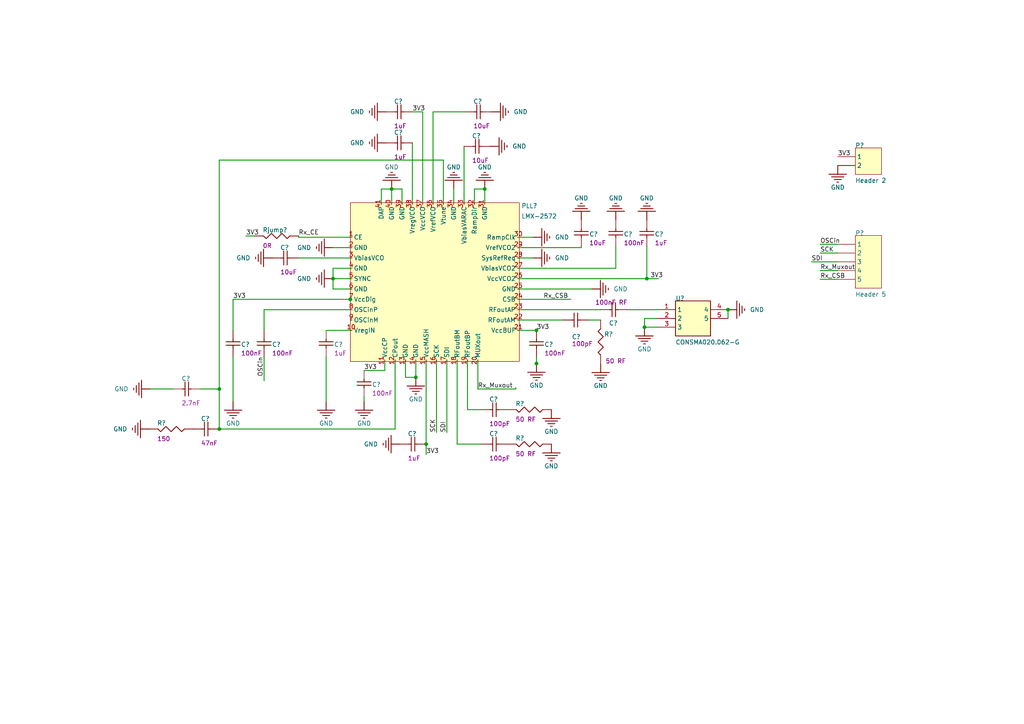
<source format=kicad_sch>
(kicad_sch (version 20211123) (generator eeschema)
  (paper "A4")
  (lib_symbols
    (symbol "LMX2572_Eval-altium-import:0_CONMMCX002-SMD-T"
      (property "Value" "0_CONMMCX002-SMD-T" (at 0 0 0))
      (symbol "0_CONMMCX002-SMD-T_1_0"
        (rectangle (start 15.24 2.54) (end 5.08 -7.62) (stroke (width 0.254)) (fill (type background)))
        (pin passive line (at 0 0 0) (length 5.08) (name "1") (number "1"))
        (pin passive line (at 0 -2.54 0) (length 5.08) (name "2") (number "2"))
        (pin passive line (at 0 -5.08 0) (length 5.08) (name "3") (number "3"))
        (pin passive line (at 20.32 0 180) (length 5.08) (name "4") (number "4"))
        (pin passive line (at 20.32 -2.54 180) (length 5.08) (name "5") (number "5"))
      )
    )
    (symbol "LMX2572_Eval-altium-import:0_Cap Semi"
      (property "Value" "0_Cap Semi" (at 0 0 0))
      (symbol "0_Cap Semi_1_0"
        (polyline (pts (xy 0 -2.54) (xy 0.762 -2.54)) (stroke (width 0.254)))
        (polyline (pts (xy 0.762 -4.572) (xy 0.762 -0.508)) (stroke (width 0.254)))
        (polyline (pts (xy 1.778 -0.508) (xy 1.778 -4.572)) (stroke (width 0.254)))
        (polyline (pts (xy 2.54 -2.54) (xy 1.778 -2.54)) (stroke (width 0.254)))
        (pin passive line (at -2.54 -2.54 0) (length 2.54) (name "1") (number "1"))
        (pin passive line (at 5.08 -2.54 180) (length 2.54) (name "2") (number "2"))
      )
    )
    (symbol "LMX2572_Eval-altium-import:0_Component_1"
      (property "Value" "0_Component_1" (at 0 0 0))
      (symbol "0_Component_1_1_0"
        (rectangle (start 49 47) (end 0 1) (fill (type background)))
        (pin input line (at 0.0001 37 0) (length 0.4999) (name "CE") (number "1"))
        (pin input line (at 0.0001 10 0) (length 0.4999) (name "VregIN") (number "10"))
        (pin input line (at 10 1.0001 90) (length 0.4999) (name "VccCP") (number "11"))
        (pin input line (at 13 1.0001 90) (length 0.4999) (name "CPout") (number "12"))
        (pin input line (at 16 1.0001 90) (length 0.4999) (name "GND") (number "13"))
        (pin input line (at 19 1.0001 90) (length 0.4999) (name "GND") (number "14"))
        (pin input line (at 22 1.0001 90) (length 0.4999) (name "VccMASH") (number "15"))
        (pin input line (at 25 1.0001 90) (length 0.4999) (name "SCK") (number "16"))
        (pin input line (at 28 1.0001 90) (length 0.4999) (name "SDI") (number "17"))
        (pin input line (at 31 1.0001 90) (length 0.4999) (name "RFoutBM") (number "18"))
        (pin input line (at 34 1.0001 90) (length 0.4999) (name "RFoutBP") (number "19"))
        (pin input line (at 0.0001 34 0) (length 0.4999) (name "GND") (number "2"))
        (pin input line (at 37 1.0001 90) (length 0.4999) (name "MUXout") (number "20"))
        (pin input line (at 48.9999 10 180) (length 0.4999) (name "VccBUF") (number "21"))
        (pin input line (at 48.9999 13 180) (length 0.4999) (name "RFoutAM") (number "22"))
        (pin input line (at 48.9999 16 180) (length 0.4999) (name "RFoutAP") (number "23"))
        (pin input line (at 48.9999 19 180) (length 0.4999) (name "CSB") (number "24"))
        (pin input line (at 48.9999 22 180) (length 0.4999) (name "GND") (number "25"))
        (pin input line (at 48.9999 25 180) (length 0.4999) (name "VccVCO2") (number "26"))
        (pin input line (at 48.9999 28 180) (length 0.4999) (name "VbiasVCO2") (number "27"))
        (pin input line (at 48.9999 31 180) (length 0.4999) (name "SysRefReq") (number "28"))
        (pin input line (at 48.9999 34 180) (length 0.4999) (name "VrefVCO2") (number "29"))
        (pin input line (at 0.0001 31 0) (length 0.4999) (name "VbiasVCO") (number "3"))
        (pin input line (at 48.9999 37 180) (length 0.4999) (name "RampClk") (number "30"))
        (pin input line (at 39 46.9999 270) (length 0.4999) (name "GND") (number "31"))
        (pin input line (at 36 46.9999 270) (length 0.4999) (name "RampDir") (number "32"))
        (pin input line (at 33 46.9999 270) (length 0.4999) (name "VbiasVARAC") (number "33"))
        (pin input line (at 30 46.9999 270) (length 0.4999) (name "GND") (number "34"))
        (pin input line (at 27 46.9999 270) (length 0.4999) (name "Vtune") (number "35"))
        (pin input line (at 24 46.9999 270) (length 0.4999) (name "VrefVCO") (number "36"))
        (pin input line (at 21 46.9999 270) (length 0.4999) (name "VccVCO") (number "37"))
        (pin input line (at 18 46.9999 270) (length 0.4999) (name "VregVCO") (number "38"))
        (pin input line (at 15 46.9999 270) (length 0.4999) (name "GND") (number "39"))
        (pin input line (at 0.0001 28 0) (length 0.4999) (name "GND") (number "4"))
        (pin input line (at 12 46.9999 270) (length 0.4999) (name "GND") (number "40"))
        (pin input line (at 9 46.9999 270) (length 0.4999) (name "DAP") (number "41"))
        (pin input line (at 0.0001 25 0) (length 0.4999) (name "SYNC") (number "5"))
        (pin input line (at 0.0001 22 0) (length 0.4999) (name "GND") (number "6"))
        (pin input line (at 0.0001 19 0) (length 0.4999) (name "VccDig") (number "7"))
        (pin input line (at 0.0001 16 0) (length 0.4999) (name "OSCinP") (number "8"))
        (pin input line (at 0.0001 13 0) (length 0.4999) (name "OSCinM") (number "9"))
      )
    )
    (symbol "LMX2572_Eval-altium-import:0_Header 2"
      (property "Value" "0_Header 2" (at 0 0 0))
      (symbol "0_Header 2_1_0"
        (rectangle (start 7.62 0) (end 0 -7.62) (fill (type background)))
        (pin passive line (at -5.08 -2.54 0) (length 5.08) (name "1") (number "1"))
        (pin passive line (at -5.08 -5.08 0) (length 5.08) (name "2") (number "2"))
      )
    )
    (symbol "LMX2572_Eval-altium-import:0_Header 5"
      (property "Value" "0_Header 5" (at 0 0 0))
      (symbol "0_Header 5_1_0"
        (rectangle (start 7.62 0) (end 0 -15.24) (fill (type background)))
        (pin passive line (at -5.08 -2.54 0) (length 5.08) (name "1") (number "1"))
        (pin passive line (at -5.08 -5.08 0) (length 5.08) (name "2") (number "2"))
        (pin passive line (at -5.08 -7.62 0) (length 5.08) (name "3") (number "3"))
        (pin passive line (at -5.08 -10.16 0) (length 5.08) (name "4") (number "4"))
        (pin passive line (at -5.08 -12.7 0) (length 5.08) (name "5") (number "5"))
      )
    )
    (symbol "LMX2572_Eval-altium-import:1_Cap Semi"
      (property "Value" "1_Cap Semi" (at 0 0 0))
      (symbol "1_Cap Semi_1_0"
        (polyline (pts (xy 0.508 1.778) (xy 4.572 1.778)) (stroke (width 0.254)))
        (polyline (pts (xy 2.54 0) (xy 2.54 0.762)) (stroke (width 0.254)))
        (polyline (pts (xy 2.54 2.54) (xy 2.54 1.778)) (stroke (width 0.254)))
        (polyline (pts (xy 4.572 0.762) (xy 0.508 0.762)) (stroke (width 0.254)))
        (pin passive line (at 2.54 -2.54 90) (length 2.54) (name "1") (number "1"))
        (pin passive line (at 2.54 5.08 270) (length 2.54) (name "2") (number "2"))
      )
    )
    (symbol "LMX2572_Eval-altium-import:1_Res3"
      (property "Value" "1_Res3" (at 0 0 0))
      (symbol "1_Res3_1_0"
        (polyline (pts (xy 2.54 7.62) (xy 1.778 6.858) (xy 3.302 5.334) (xy 1.778 3.81) (xy 3.302 2.286) (xy 1.778 0.762) (xy 2.54 0)) (stroke (width 0.254)))
        (pin passive line (at 2.54 -2.54 90) (length 2.54) (name "1") (number "1"))
        (pin passive line (at 2.54 10.16 270) (length 2.54) (name "2") (number "2"))
      )
    )
    (symbol "LMX2572_Eval-altium-import:2_Cap Semi"
      (property "Value" "2_Cap Semi" (at 0 0 0))
      (symbol "2_Cap Semi_1_0"
        (polyline (pts (xy -2.54 2.54) (xy -1.778 2.54)) (stroke (width 0.254)))
        (polyline (pts (xy -1.778 0.508) (xy -1.778 4.572)) (stroke (width 0.254)))
        (polyline (pts (xy -0.762 4.572) (xy -0.762 0.508)) (stroke (width 0.254)))
        (polyline (pts (xy 0 2.54) (xy -0.762 2.54)) (stroke (width 0.254)))
        (pin passive line (at 2.54 2.54 180) (length 2.54) (name "1") (number "1"))
        (pin passive line (at -5.08 2.54 0) (length 2.54) (name "2") (number "2"))
      )
    )
    (symbol "LMX2572_Eval-altium-import:2_Res3"
      (property "Value" "2_Res3" (at 0 0 0))
      (symbol "2_Res3_1_0"
        (polyline (pts (xy -7.62 2.54) (xy -6.858 1.778) (xy -5.334 3.302) (xy -3.81 1.778) (xy -2.286 3.302) (xy -0.762 1.778) (xy 0 2.54)) (stroke (width 0.254)))
        (pin passive line (at 2.54 2.54 180) (length 2.54) (name "1") (number "1"))
        (pin passive line (at -10.16 2.54 0) (length 2.54) (name "2") (number "2"))
      )
    )
    (symbol "LMX2572_Eval-altium-import:3_Cap Semi"
      (property "Value" "3_Cap Semi" (at 0 0 0))
      (symbol "3_Cap Semi_1_0"
        (polyline (pts (xy -4.572 -0.762) (xy -0.508 -0.762)) (stroke (width 0.254)))
        (polyline (pts (xy -2.54 -2.54) (xy -2.54 -1.778)) (stroke (width 0.254)))
        (polyline (pts (xy -2.54 0) (xy -2.54 -0.762)) (stroke (width 0.254)))
        (polyline (pts (xy -0.508 -1.778) (xy -4.572 -1.778)) (stroke (width 0.254)))
        (pin passive line (at -2.54 2.54 270) (length 2.54) (name "1") (number "1"))
        (pin passive line (at -2.54 -5.08 90) (length 2.54) (name "2") (number "2"))
      )
    )
    (symbol "LMX2572_Eval-altium-import:GND" (power)
      (property "Reference" "#PWR" (at 0 0 0))
      (property "Value" "GND" (at 0 6.35 0))
      (symbol "GND_0_0"
        (polyline (pts (xy -2.54 -2.54) (xy 2.54 -2.54)) (stroke (width 0.254)))
        (polyline (pts (xy -1.778 -3.302) (xy 1.778 -3.302)) (stroke (width 0.254)))
        (polyline (pts (xy -1.016 -4.064) (xy 1.016 -4.064)) (stroke (width 0.254)))
        (polyline (pts (xy -0.254 -4.826) (xy 0.254 -4.826)) (stroke (width 0.254)))
        (polyline (pts (xy 0 0) (xy 0 -2.54)) (stroke (width 0.254)))
        (pin power_in line (at 0 0 0) (length 0) hide (name "GND") (number ""))
      )
    )
  )
  (junction (at 101.6 86.82))
  (junction (at 63.5999 112.8199))
  (junction (at 155.5999 105.44))
  (junction (at 120.5999 109.44))
  (junction (at 123.5999 128.8199))
  (junction (at 155.6 95.8199))
  (junction (at 140.5999 54.82))
  (junction (at 63.5999 124.44))
  (junction (at 113.5999 54.82))
  (junction (at 211.1599 89.82))
  (junction (at 187.5999 80.82))
  (junction (at 96.5999 80.82))
  (junction (at 186.9199 94.9))
  (wire (pts (xy 134.9799 32.44) (xy 125.5999 32.44)) (stroke (width 0.254)))
  (wire (pts (xy 150.5999 71.82) (xy 168.5999 71.82)) (stroke (width 0.254)))
  (wire (pts (xy 135.5999 118.8199) (xy 139.6 118.8199)) (stroke (width 0.254)))
  (wire (pts (xy 168.5999 71.82) (xy 168.5999 71.44)) (stroke (width 0.254)))
  (wire (pts (xy 67.5999 95.82) (xy 67.5999 86.82)) (stroke (width 0.254)))
  (wire (pts (xy 150.5999 86.82) (xy 165.5999 86.82)) (stroke (width 0.254)))
  (wire (pts (xy 96.5999 80.82) (xy 96.5999 77.82)) (stroke (width 0.254)))
  (wire (pts (xy 155.6 103.4399) (xy 155.6 105.44)) (stroke (width 0.254)))
  (wire (pts (xy 86.5999 68.82) (xy 86.5999 68.44)) (stroke (width 0.254)))
  (wire (pts (xy 101.5999 83.82) (xy 96.5999 83.82)) (stroke (width 0.254)))
  (wire (pts (xy 190.8399 94.9) (xy 186.9199 94.9)) (stroke (width 0.254)))
  (wire (pts (xy 135.5999 104.82) (xy 135.5999 118.8199)) (stroke (width 0.254)))
  (wire (pts (xy 110.5999 58.82) (xy 110.5999 54.82)) (stroke (width 0.254)))
  (wire (pts (xy 76.5999 103.44) (xy 76.5999 110.44)) (stroke (width 0.254)))
  (wire (pts (xy 76.5999 89.82) (xy 76.5999 95.82)) (stroke (width 0.254)))
  (wire (pts (xy 117.5999 104.82) (xy 117.5999 109.44)) (stroke (width 0.254)))
  (wire (pts (xy 101.5999 95.82) (xy 94.5999 95.82)) (stroke (width 0.254)))
  (wire (pts (xy 63.5999 112.8199) (xy 63.5999 46.44)) (stroke (width 0.254)))
  (wire (pts (xy 101.5999 89.82) (xy 76.5999 89.82)) (stroke (width 0.254)))
  (wire (pts (xy 50.3599 112.8199) (xy 43.5999 112.8199)) (stroke (width 0.254)))
  (wire (pts (xy 67.5999 86.82) (xy 101.5999 86.8199)) (stroke (width 0.254)))
  (wire (pts (xy 150.5999 74.82) (xy 154.5999 74.82)) (stroke (width 0.254)))
  (wire (pts (xy 57.9799 112.8199) (xy 63.5999 112.8199)) (stroke (width 0.254)))
  (wire (pts (xy 71.3599 68.44) (xy 73.8999 68.44)) (stroke (width 0.254)))
  (wire (pts (xy 237.9 78.4799) (xy 242.98 78.4799)) (stroke (width 0.254)))
  (wire (pts (xy 137.5999 58.82) (xy 137.5999 54.82)) (stroke (width 0.254)))
  (wire (pts (xy 123.5999 104.82) (xy 123.5999 128.8199)) (stroke (width 0.254)))
  (wire (pts (xy 131.5999 58.82) (xy 131.5999 54.82)) (stroke (width 0.254)))
  (wire (pts (xy 128.5999 46.44) (xy 128.5999 58.82)) (stroke (width 0.254)))
  (wire (pts (xy 150.5999 77.82) (xy 178.5999 77.82)) (stroke (width 0.254)))
  (wire (pts (xy 178.5999 77.82) (xy 178.5999 71.44)) (stroke (width 0.254)))
  (wire (pts (xy 155.6 95.82) (xy 155.6 95.8199)) (stroke (width 0.254)))
  (wire (pts (xy 94.5999 103.44) (xy 94.5999 116.44)) (stroke (width 0.254)))
  (wire (pts (xy 116.5999 54.82) (xy 116.5999 58.82)) (stroke (width 0.254)))
  (wire (pts (xy 235.36 75.9399) (xy 242.98 75.9399)) (stroke (width 0.254)))
  (wire (pts (xy 134.5999 58.82) (xy 134.5999 42.44)) (stroke (width 0.254)))
  (wire (pts (xy 186.9199 92.36) (xy 190.8399 92.36)) (stroke (width 0.254)))
  (wire (pts (xy 150.5999 95.82) (xy 155.6 95.82)) (stroke (width 0.254)))
  (wire (pts (xy 138.5999 104.82) (xy 138.5999 112.8199)) (stroke (width 0.254)))
  (wire (pts (xy 101.5999 68.82) (xy 86.5999 68.82)) (stroke (width 0.254)))
  (wire (pts (xy 96.5999 83.82) (xy 96.5999 80.82)) (stroke (width 0.254)))
  (wire (pts (xy 113.5999 54.82) (xy 116.5999 54.82)) (stroke (width 0.254)))
  (wire (pts (xy 86.5999 74.82) (xy 101.5999 74.82)) (stroke (width 0.254)))
  (wire (pts (xy 154.5999 68.82) (xy 150.5999 68.82)) (stroke (width 0.254)))
  (wire (pts (xy 101.5999 80.82) (xy 96.5999 80.82)) (stroke (width 0.254)))
  (wire (pts (xy 101.5999 86.8199) (xy 101.5999 86.82)) (stroke (width 0.254)))
  (wire (pts (xy 187.5999 80.82) (xy 190.9799 80.82)) (stroke (width 0.254)))
  (wire (pts (xy 96.5999 77.82) (xy 101.5999 77.82)) (stroke (width 0.254)))
  (wire (pts (xy 181.8399 89.82) (xy 190.8399 89.82)) (stroke (width 0.254)))
  (wire (pts (xy 96.5999 71.82) (xy 101.5999 71.82)) (stroke (width 0.254)))
  (wire (pts (xy 119.5999 32.44) (xy 122.5999 32.44)) (stroke (width 0.254)))
  (wire (pts (xy 186.9199 94.9) (xy 186.9199 92.36)) (stroke (width 0.254)))
  (wire (pts (xy 140.5999 54.82) (xy 140.5999 58.82)) (stroke (width 0.254)))
  (wire (pts (xy 63.5999 46.44) (xy 128.5999 46.44)) (stroke (width 0.254)))
  (wire (pts (xy 117.5999 109.44) (xy 120.5999 109.44)) (stroke (width 0.254)))
  (wire (pts (xy 67.5999 103.44) (xy 67.5999 116.44)) (stroke (width 0.254)))
  (wire (pts (xy 105.5999 107.44) (xy 111.5999 107.44)) (stroke (width 0.254)))
  (wire (pts (xy 155.6 105.44) (xy 155.5999 105.44)) (stroke (width 0.254)))
  (wire (pts (xy 123.5999 131.8199) (xy 123.6 131.8199)) (stroke (width 0.254)))
  (wire (pts (xy 113.5999 58.82) (xy 113.5999 54.82)) (stroke (width 0.254)))
  (wire (pts (xy 237.9 81.0199) (xy 242.98 81.0199)) (stroke (width 0.254)))
  (wire (pts (xy 137.5999 54.82) (xy 140.5999 54.82)) (stroke (width 0.254)))
  (wire (pts (xy 63.5999 124.44) (xy 114.5999 124.44)) (stroke (width 0.254)))
  (wire (pts (xy 120.5999 109.44) (xy 120.5999 104.82)) (stroke (width 0.254)))
  (wire (pts (xy 150.5999 80.82) (xy 187.5999 80.82)) (stroke (width 0.254)))
  (wire (pts (xy 187.5999 80.82) (xy 187.5999 71.44)) (stroke (width 0.254)))
  (wire (pts (xy 237.9 70.8599) (xy 242.98 70.8599)) (stroke (width 0.254)))
  (wire (pts (xy 122.5999 32.44) (xy 122.5999 58.82)) (stroke (width 0.254)))
  (wire (pts (xy 125.5999 32.44) (xy 125.5999 58.82)) (stroke (width 0.254)))
  (wire (pts (xy 63.5999 112.8199) (xy 63.5999 124.44)) (stroke (width 0.254)))
  (wire (pts (xy 126.5999 104.82) (xy 126.5999 125.44)) (stroke (width 0.254)))
  (wire (pts (xy 123.5999 128.8199) (xy 123.5999 131.8199)) (stroke (width 0.254)))
  (wire (pts (xy 132.5999 104.82) (xy 132.5999 128.8199)) (stroke (width 0.254)))
  (wire (pts (xy 114.5999 124.44) (xy 114.5999 104.82)) (stroke (width 0.254)))
  (wire (pts (xy 170.8399 92.82) (xy 174.2199 92.82)) (stroke (width 0.254)))
  (wire (pts (xy 150.5999 92.82) (xy 163.2199 92.82)) (stroke (width 0.254)))
  (wire (pts (xy 150.5999 89.82) (xy 174.2199 89.82)) (stroke (width 0.254)))
  (wire (pts (xy 138.5999 112.8199) (xy 149.5999 112.8199)) (stroke (width 0.254)))
  (wire (pts (xy 150.5999 83.82) (xy 171.5999 83.82)) (stroke (width 0.254)))
  (wire (pts (xy 105.5999 115.06) (xy 105.5999 116.44)) (stroke (width 0.254)))
  (wire (pts (xy 211.1599 92.36) (xy 211.1599 89.82)) (stroke (width 0.254)))
  (wire (pts (xy 132.5999 128.8199) (xy 139.6 128.8199)) (stroke (width 0.254)))
  (wire (pts (xy 237.9 73.3999) (xy 242.98 73.3999)) (stroke (width 0.254)))
  (wire (pts (xy 149.5999 112.8199) (xy 149.5999 112.44)) (stroke (width 0.254)))
  (wire (pts (xy 119.5999 41.44) (xy 119.5999 58.82)) (stroke (width 0.254)))
  (wire (pts (xy 129.5999 104.82) (xy 129.5999 125.44)) (stroke (width 0.254)))
  (wire (pts (xy 111.5999 107.44) (xy 111.5999 104.82)) (stroke (width 0.254)))
  (wire (pts (xy 110.5999 54.82) (xy 113.5999 54.82)) (stroke (width 0.254)))
  (label "OSCin" (at 76.5999 103.44 270))
  (label "3V3" (at 155.6 95.82 0))
  (label "SDI" (at 129.5999 125.44 90))
  (label "Rx_CE" (at 86.5999 68.44 0))
  (label "SCK" (at 237.9 73.3999 0))
  (label "Rx_Muxout" (at 237.9 78.4799 0))
  (label "3V3" (at 67.5999 86.82 0))
  (label "3V3" (at 71.3599 68.44 0))
  (label "SCK" (at 126.5999 125.44 90))
  (label "Rx_CSB" (at 237.9 81.0199 0))
  (label "3V3" (at 123.6 131.8199 0))
  (label "Rx_CSB" (at 157.5999 86.82 0))
  (label "OSCin" (at 237.9 70.8599 0))
  (label "Rx_Muxout" (at 138.5999 112.8199 0))
  (label "3V3" (at 242.98 45.4599 0))
  (label "3V3" (at 188.5999 80.82 0))
  (label "3V3" (at 105.5999 107.44 0))
  (label "3V3" (at 119.5999 32.44 0))
  (label "SDI" (at 235.36 75.9399 0))
  (symbol (lib_id "LMX2572_Eval-altium-import:1_Res3") (at 171.6799 102.98 0) (unit 1)
    (property "Reference" "R?" (at 175.2359 97.646 0) (effects (justify left bottom)))
    (property "Value" "Res3" (effects hide))
    (property "Footprint" "0402-A" (effects hide))
    (property "PUBLISHED" "8-Jun-2000" (effects hide))
    (property "LATESTREVISIONDATE" "29-May-2009" (effects hide))
    (property "LATESTREVISIONNOTE" "IPC-7351 Footprint Added." (effects hide))
    (property "PACKAGEREFERENCE" "J1-0603" (effects hide))
    (property "PUBLISHER" "Altium Limited" (effects hide))
    (property "PACKAGEDESCRIPTION" "Chip Resistor" (effects hide))
    (property "ALTIUM_VALUE" "50 RF" (at 175.5999 105.44 0) (effects (justify left bottom)))
  )
  (symbol (lib_id "LMX2572_Eval-altium-import:0_Cap Semi") (at 52.8999 110.2799 0) (unit 1)
    (property "Reference" "C?" (at 52.6459 110.5339 0) (effects (justify left bottom)))
    (property "Value" "Cap Semi" (effects hide))
    (property "Footprint" "C0805" (effects hide))
    (property "PUBLISHED" "8-Jun-2000" (effects hide))
    (property "LATESTREVISIONDATE" "29-May-2009" (effects hide))
    (property "LATESTREVISIONNOTE" "IPC-7351 Footprint Added." (effects hide))
    (property "PACKAGEREFERENCE" "C1206" (effects hide))
    (property "PUBLISHER" "Altium Limited" (effects hide))
    (property "PACKAGEDESCRIPTION" "Chip Capacitor" (effects hide))
    (property "ALTIUM_VALUE" "2.7nF" (at 52.6459 117.6459 0) (effects (justify left bottom)))
    (property "SUPPLIER 1" "Mouser" (effects hide))
    (property "SUPPLIER PART NUMBER 1" "810-C2012C0G2W272J12" (effects hide))
  )
  (symbol (lib_id "LMX2572_Eval-altium-import:2_Res3") (at 157.38 131.3599 0) (unit 1)
    (property "Reference" "R?" (at 149.506 127.8039 0) (effects (justify left bottom)))
    (property "Value" "Res3" (effects hide))
    (property "Footprint" "0402-A" (effects hide))
    (property "PUBLISHED" "8-Jun-2000" (effects hide))
    (property "LATESTREVISIONDATE" "29-May-2009" (effects hide))
    (property "LATESTREVISIONNOTE" "IPC-7351 Footprint Added." (effects hide))
    (property "PACKAGEREFERENCE" "J1-0603" (effects hide))
    (property "PUBLISHER" "Altium Limited" (effects hide))
    (property "PACKAGEDESCRIPTION" "Chip Resistor" (effects hide))
    (property "ALTIUM_VALUE" "50 RF" (at 149.506 132.3759 0) (effects (justify left bottom)))
  )
  (symbol (lib_id "LMX2572_Eval-altium-import:GND") (at 155.5999 105.44 0) (unit 1)
    (property "Reference" "#PWR?" (effects hide))
    (property "Value" "GND" (at 155.5999 111.79 0))
  )
  (symbol (lib_id "LMX2572_Eval-altium-import:GND") (at 211.1599 89.82 90) (unit 1)
    (property "Reference" "#PWR?" (effects hide))
    (property "Value" "GND" (at 217.5099 89.82 90) (effects (justify right)))
  )
  (symbol (lib_id "LMX2572_Eval-altium-import:0_Cap Semi") (at 118.5199 126.2799 0) (unit 1)
    (property "Reference" "C?" (at 118.2659 126.5339 0) (effects (justify left bottom)))
    (property "Value" "Cap Semi" (effects hide))
    (property "Footprint" "1608[0603]" (effects hide))
    (property "PUBLISHED" "8-Jun-2000" (effects hide))
    (property "LATESTREVISIONDATE" "29-May-2009" (effects hide))
    (property "LATESTREVISIONNOTE" "IPC-7351 Footprint Added." (effects hide))
    (property "PACKAGEREFERENCE" "C1206" (effects hide))
    (property "PUBLISHER" "Altium Limited" (effects hide))
    (property "PACKAGEDESCRIPTION" "Chip Capacitor" (effects hide))
    (property "ALTIUM_VALUE" "1uF" (at 118.2659 133.6459 0) (effects (justify left bottom)))
    (property "SUPPLIER 1" "Mouser" (effects hide))
    (property "SUPPLIER PART NUMBER 1" "80-C0805C105M8RAUTO" (effects hide))
  )
  (symbol (lib_id "LMX2572_Eval-altium-import:GND") (at 94.5999 116.44 0) (unit 1)
    (property "Reference" "#PWR?" (effects hide))
    (property "Value" "GND" (at 94.5999 122.79 0))
  )
  (symbol (lib_id "LMX2572_Eval-altium-import:0_CONMMCX002-SMD-T") (at 190.8399 89.82 0) (unit 1)
    (property "Reference" "U?" (at 195.9199 87.28 0) (effects (justify left bottom)))
    (property "Value" "CONSMA020.062-G" (at 195.9199 99.98 0) (effects (justify left bottom)))
    (property "Footprint" "CONSMA020-062-G" (effects hide))
    (property "DATASHEET LINK" "https://linxtechnologies.com/wp/wp-content/uploads/conmmcx002-smd.pdf" (effects hide))
    (property "HEIGHT" "3.65mm" (effects hide))
    (property "MANUFACTURER_NAME" "Linx Technologies" (effects hide))
    (property "MANUFACTURER_PART_NUMBER" "CONMMCX002-SMD-T" (effects hide))
    (property "MOUSER PART NUMBER" "712-CONMMCX002-SMD-T" (effects hide))
    (property "MOUSER PRICE/STOCK" "https://www.mouser.co.uk/ProductDetail/Linx-Technologies/CONMMCX002-SMD-T?qs=rI7uf1IzohT3A0K73PHhXQ%3D%3D" (effects hide))
  )
  (symbol (lib_id "LMX2572_Eval-altium-import:GND") (at 168.5999 63.82 180) (unit 1)
    (property "Reference" "#PWR?" (effects hide))
    (property "Value" "GND" (at 168.5999 57.47 0))
  )
  (symbol (lib_id "LMX2572_Eval-altium-import:2_Res3") (at 84.0599 70.98 0) (unit 1)
    (property "Reference" "Rjump?" (at 76.1859 67.424 0) (effects (justify left bottom)))
    (property "Value" "Res3" (effects hide))
    (property "Footprint" "J1-0603" (effects hide))
    (property "PUBLISHED" "8-Jun-2000" (effects hide))
    (property "LATESTREVISIONDATE" "29-May-2009" (effects hide))
    (property "LATESTREVISIONNOTE" "IPC-7351 Footprint Added." (effects hide))
    (property "PACKAGEREFERENCE" "J1-0603" (effects hide))
    (property "PUBLISHER" "Altium Limited" (effects hide))
    (property "PACKAGEDESCRIPTION" "Chip Resistor" (effects hide))
    (property "ALTIUM_VALUE" "0R" (at 76.1859 71.996 0) (effects (justify left bottom)))
    (property "SUPPLIER 1" "Mouser" (effects hide))
    (property "SUPPLIER PART NUMBER 1" "594-MCT06030C5100FP5" (effects hide))
  )
  (symbol (lib_id "LMX2572_Eval-altium-import:3_Cap Semi") (at 171.1399 66.36 0) (unit 1)
    (property "Reference" "C?" (at 170.8859 68.646 0) (effects (justify left bottom)))
    (property "Value" "Cap Semi" (effects hide))
    (property "Footprint" "1608[0603]" (effects hide))
    (property "PUBLISHED" "8-Jun-2000" (effects hide))
    (property "LATESTREVISIONDATE" "29-May-2009" (effects hide))
    (property "LATESTREVISIONNOTE" "IPC-7351 Footprint Added." (effects hide))
    (property "PACKAGEREFERENCE" "C1206" (effects hide))
    (property "PUBLISHER" "Altium Limited" (effects hide))
    (property "PACKAGEDESCRIPTION" "Chip Capacitor" (effects hide))
    (property "ALTIUM_VALUE" "10uF" (at 170.8859 71.186 0) (effects (justify left bottom)))
  )
  (symbol (lib_id "LMX2572_Eval-altium-import:GND") (at 43.5999 112.8199 270) (unit 1)
    (property "Reference" "#PWR?" (effects hide))
    (property "Value" "GND" (at 37.2499 112.8199 90) (effects (justify right)))
  )
  (symbol (lib_id "LMX2572_Eval-altium-import:GND") (at 105.5999 116.44 0) (unit 1)
    (property "Reference" "#PWR?" (effects hide))
    (property "Value" "GND" (at 105.5999 122.79 0))
  )
  (symbol (lib_id "LMX2572_Eval-altium-import:2_Cap Semi") (at 144.68 131.3599 0) (unit 1)
    (property "Reference" "C?" (at 141.886 126.5339 0) (effects (justify left bottom)))
    (property "Value" "Cap Semi" (effects hide))
    (property "Footprint" "0402" (effects hide))
    (property "PUBLISHED" "8-Jun-2000" (effects hide))
    (property "LATESTREVISIONDATE" "29-May-2009" (effects hide))
    (property "LATESTREVISIONNOTE" "IPC-7351 Footprint Added." (effects hide))
    (property "PACKAGEREFERENCE" "C1206" (effects hide))
    (property "PUBLISHER" "Altium Limited" (effects hide))
    (property "PACKAGEDESCRIPTION" "Chip Capacitor" (effects hide))
    (property "ALTIUM_VALUE" "100pF" (at 141.886 133.6459 0) (effects (justify left bottom)))
    (property "SUPPLIER 1" "Mouser" (effects hide))
    (property "SUPPLIER PART NUMBER 1" "581-04025C101JAT4A" (effects hide))
  )
  (symbol (lib_id "LMX2572_Eval-altium-import:3_Cap Semi") (at 158.14 98.3599 0) (unit 1)
    (property "Reference" "C?" (at 157.886 100.6459 0) (effects (justify left bottom)))
    (property "Value" "Cap Semi" (effects hide))
    (property "Footprint" "1608[0603]" (effects hide))
    (property "PUBLISHED" "8-Jun-2000" (effects hide))
    (property "LATESTREVISIONDATE" "29-May-2009" (effects hide))
    (property "LATESTREVISIONNOTE" "IPC-7351 Footprint Added." (effects hide))
    (property "PACKAGEREFERENCE" "C1206" (effects hide))
    (property "PUBLISHER" "Altium Limited" (effects hide))
    (property "PACKAGEDESCRIPTION" "Chip Capacitor" (effects hide))
    (property "ALTIUM_VALUE" "100nF" (at 157.886 103.1859 0) (effects (justify left bottom)))
    (property "SUPPLIER 1" "Mouser" (effects hide))
    (property "SUPPLIER PART NUMBER 1" "80-C603C104K5RAC3121" (effects hide))
  )
  (symbol (lib_id "LMX2572_Eval-altium-import:GND") (at 67.5999 116.44 0) (unit 1)
    (property "Reference" "#PWR?" (effects hide))
    (property "Value" "GND" (at 67.5999 122.79 0))
  )
  (symbol (lib_id "LMX2572_Eval-altium-import:GND") (at 142.2199 42.44 90) (unit 1)
    (property "Reference" "#PWR?" (effects hide))
    (property "Value" "GND" (at 148.5699 42.44 90) (effects (justify right)))
  )
  (symbol (lib_id "LMX2572_Eval-altium-import:GND") (at 178.5999 63.82 180) (unit 1)
    (property "Reference" "#PWR?" (effects hide))
    (property "Value" "GND" (at 178.5999 57.47 0))
  )
  (symbol (lib_id "LMX2572_Eval-altium-import:GND") (at 111.9799 41.44 270) (unit 1)
    (property "Reference" "#PWR?" (effects hide))
    (property "Value" "GND" (at 105.6299 41.44 90) (effects (justify right)))
  )
  (symbol (lib_id "LMX2572_Eval-altium-import:0_Cap Semi") (at 137.5199 29.9 0) (unit 1)
    (property "Reference" "C?" (at 137.2659 30.154 0) (effects (justify left bottom)))
    (property "Value" "Cap Semi" (effects hide))
    (property "Footprint" "1608[0603]" (effects hide))
    (property "PUBLISHED" "8-Jun-2000" (effects hide))
    (property "LATESTREVISIONDATE" "29-May-2009" (effects hide))
    (property "LATESTREVISIONNOTE" "IPC-7351 Footprint Added." (effects hide))
    (property "PACKAGEREFERENCE" "C1206" (effects hide))
    (property "PUBLISHER" "Altium Limited" (effects hide))
    (property "PACKAGEDESCRIPTION" "Chip Capacitor" (effects hide))
    (property "ALTIUM_VALUE" "10uF" (at 137.2659 37.266 0) (effects (justify left bottom)))
  )
  (symbol (lib_id "LMX2572_Eval-altium-import:GND") (at 186.9199 94.9 0) (unit 1)
    (property "Reference" "#PWR?" (effects hide))
    (property "Value" "GND" (at 186.9199 101.25 0))
  )
  (symbol (lib_id "LMX2572_Eval-altium-import:2_Res3") (at 53.4399 126.98 0) (unit 1)
    (property "Reference" "R?" (at 45.5659 123.424 0) (effects (justify left bottom)))
    (property "Value" "Res3" (effects hide))
    (property "Footprint" "J1-0603" (effects hide))
    (property "PUBLISHED" "8-Jun-2000" (effects hide))
    (property "LATESTREVISIONDATE" "29-May-2009" (effects hide))
    (property "LATESTREVISIONNOTE" "IPC-7351 Footprint Added." (effects hide))
    (property "PACKAGEREFERENCE" "J1-0603" (effects hide))
    (property "PUBLISHER" "Altium Limited" (effects hide))
    (property "PACKAGEDESCRIPTION" "Chip Resistor" (effects hide))
    (property "ALTIUM_VALUE" "150" (at 45.5659 127.996 0) (effects (justify left bottom)))
  )
  (symbol (lib_id "LMX2572_Eval-altium-import:1_Cap Semi") (at 92.0599 100.9 0) (unit 1)
    (property "Reference" "C?" (at 96.8859 100.646 0) (effects (justify left bottom)))
    (property "Value" "Cap Semi" (effects hide))
    (property "Footprint" "1608[0603]" (effects hide))
    (property "PUBLISHED" "8-Jun-2000" (effects hide))
    (property "LATESTREVISIONDATE" "29-May-2009" (effects hide))
    (property "LATESTREVISIONNOTE" "IPC-7351 Footprint Added." (effects hide))
    (property "PACKAGEREFERENCE" "C1206" (effects hide))
    (property "PUBLISHER" "Altium Limited" (effects hide))
    (property "PACKAGEDESCRIPTION" "Chip Capacitor" (effects hide))
    (property "ALTIUM_VALUE" "1uF" (at 96.8859 103.186 0) (effects (justify left bottom)))
    (property "SUPPLIER 1" "Mouser" (effects hide))
    (property "SUPPLIER PART NUMBER 1" "80-C0805C105M8RAUTO" (effects hide))
  )
  (symbol (lib_id "LMX2572_Eval-altium-import:0_Header 5") (at 248.06 68.3199 0) (unit 1)
    (property "Reference" "P?" (at 248.06 68.3199 0) (effects (justify left bottom)))
    (property "Value" "Header 5" (at 248.06 86.0999 0) (effects (justify left bottom)))
    (property "Footprint" "HDR1X5" (effects hide))
    (property "LATESTREVISIONDATE" "17-Jul-2002" (effects hide))
    (property "LATESTREVISIONNOTE" "Re-released for DXP Platform." (effects hide))
    (property "PUBLISHER" "Altium Limited" (effects hide))
  )
  (symbol (lib_id "LMX2572_Eval-altium-import:0_Cap Semi") (at 176.7599 87.28 0) (unit 1)
    (property "Reference" "C?" (at 176.5999 94.44 0) (effects (justify left bottom)))
    (property "Value" "Cap Semi" (effects hide))
    (property "Footprint" "0402" (effects hide))
    (property "PUBLISHED" "8-Jun-2000" (effects hide))
    (property "LATESTREVISIONDATE" "29-May-2009" (effects hide))
    (property "LATESTREVISIONNOTE" "IPC-7351 Footprint Added." (effects hide))
    (property "PACKAGEREFERENCE" "C1206" (effects hide))
    (property "PUBLISHER" "Altium Limited" (effects hide))
    (property "PACKAGEDESCRIPTION" "Chip Capacitor" (effects hide))
    (property "ALTIUM_VALUE" "100nF RF" (at 172.5999 88.44 0) (effects (justify left bottom)))
  )
  (symbol (lib_id "LMX2572_Eval-altium-import:GND") (at 159.92 128.8199 0) (unit 1)
    (property "Reference" "#PWR?" (effects hide))
    (property "Value" "GND" (at 159.92 135.1699 0))
  )
  (symbol (lib_id "LMX2572_Eval-altium-import:0_Cap Semi") (at 81.5199 72.28 0) (unit 1)
    (property "Reference" "C?" (at 81.2659 72.534 0) (effects (justify left bottom)))
    (property "Value" "Cap Semi" (effects hide))
    (property "Footprint" "1608[0603]" (effects hide))
    (property "PUBLISHED" "8-Jun-2000" (effects hide))
    (property "LATESTREVISIONDATE" "29-May-2009" (effects hide))
    (property "LATESTREVISIONNOTE" "IPC-7351 Footprint Added." (effects hide))
    (property "PACKAGEREFERENCE" "C1206" (effects hide))
    (property "PUBLISHER" "Altium Limited" (effects hide))
    (property "PACKAGEDESCRIPTION" "Chip Capacitor" (effects hide))
    (property "ALTIUM_VALUE" "10uF" (at 81.2659 79.646 0) (effects (justify left bottom)))
  )
  (symbol (lib_id "LMX2572_Eval-altium-import:GND") (at 113.5999 54.82 180) (unit 1)
    (property "Reference" "#PWR?" (effects hide))
    (property "Value" "GND" (at 113.5999 48.47 0))
  )
  (symbol (lib_id "LMX2572_Eval-altium-import:GND") (at 159.92 118.8199 0) (unit 1)
    (property "Reference" "#PWR?" (effects hide))
    (property "Value" "GND" (at 159.92 125.1699 0))
  )
  (symbol (lib_id "LMX2572_Eval-altium-import:0_Component_1") (at 101.5999 105.82 0) (unit 1)
    (property "Reference" "PLL?" (at 151.2199 60.44 0) (effects (justify left bottom)))
    (property "Value" "LMX-2572" (at 151.2199 63.44 0) (effects (justify left bottom)))
    (property "Footprint" "D:_GoogleDrive_UPC_TFG_Altium_LMX2572_Eval_Imported QFN50P600X600X100-41N.lia_QFN50P600X600X100-41N.PcbLib_QFN50P600X600X100-41N" (effects hide))
    (property "SUPPLIER 1" "Mouser" (effects hide))
    (property "SUPPLIER PART NUMBER 1" "595-LMX2572LPRHAT" (effects hide))
  )
  (symbol (lib_id "LMX2572_Eval-altium-import:GND") (at 174.2199 105.52 0) (unit 1)
    (property "Reference" "#PWR?" (effects hide))
    (property "Value" "GND" (at 174.2199 111.87 0))
  )
  (symbol (lib_id "LMX2572_Eval-altium-import:0_Cap Semi") (at 142.14 116.2799 0) (unit 1)
    (property "Reference" "C?" (at 141.886 116.5339 0) (effects (justify left bottom)))
    (property "Value" "Cap Semi" (effects hide))
    (property "Footprint" "0402" (effects hide))
    (property "PUBLISHED" "8-Jun-2000" (effects hide))
    (property "LATESTREVISIONDATE" "29-May-2009" (effects hide))
    (property "LATESTREVISIONNOTE" "IPC-7351 Footprint Added." (effects hide))
    (property "PACKAGEREFERENCE" "C1206" (effects hide))
    (property "PUBLISHER" "Altium Limited" (effects hide))
    (property "PACKAGEDESCRIPTION" "Chip Capacitor" (effects hide))
    (property "ALTIUM_VALUE" "100pF" (at 141.886 123.6459 0) (effects (justify left bottom)))
    (property "SUPPLIER 1" "Mouser" (effects hide))
    (property "SUPPLIER PART NUMBER 1" "581-04025C101JAT4A" (effects hide))
  )
  (symbol (lib_id "LMX2572_Eval-altium-import:0_Cap Semi") (at 137.1399 39.9 0) (unit 1)
    (property "Reference" "C?" (at 136.8859 40.154 0) (effects (justify left bottom)))
    (property "Value" "Cap Semi" (effects hide))
    (property "Footprint" "1608[0603]" (effects hide))
    (property "PUBLISHED" "8-Jun-2000" (effects hide))
    (property "LATESTREVISIONDATE" "29-May-2009" (effects hide))
    (property "LATESTREVISIONNOTE" "IPC-7351 Footprint Added." (effects hide))
    (property "PACKAGEREFERENCE" "C1206" (effects hide))
    (property "PUBLISHER" "Altium Limited" (effects hide))
    (property "PACKAGEDESCRIPTION" "Chip Capacitor" (effects hide))
    (property "ALTIUM_VALUE" "10uF" (at 136.8859 47.266 0) (effects (justify left bottom)))
  )
  (symbol (lib_id "LMX2572_Eval-altium-import:GND") (at 115.9799 128.8199 270) (unit 1)
    (property "Reference" "#PWR?" (effects hide))
    (property "Value" "GND" (at 109.6299 128.8199 90) (effects (justify right)))
  )
  (symbol (lib_id "LMX2572_Eval-altium-import:1_Cap Semi") (at 185.0599 68.9 0) (unit 1)
    (property "Reference" "C?" (at 189.8859 68.646 0) (effects (justify left bottom)))
    (property "Value" "Cap Semi" (effects hide))
    (property "Footprint" "1608[0603]" (effects hide))
    (property "PUBLISHED" "8-Jun-2000" (effects hide))
    (property "LATESTREVISIONDATE" "29-May-2009" (effects hide))
    (property "LATESTREVISIONNOTE" "IPC-7351 Footprint Added." (effects hide))
    (property "PACKAGEREFERENCE" "C1206" (effects hide))
    (property "PUBLISHER" "Altium Limited" (effects hide))
    (property "PACKAGEDESCRIPTION" "Chip Capacitor" (effects hide))
    (property "ALTIUM_VALUE" "1uF" (at 189.8859 71.186 0) (effects (justify left bottom)))
    (property "SUPPLIER 1" "Mouser" (effects hide))
    (property "SUPPLIER PART NUMBER 1" "80-C0805C105M8RAUTO" (effects hide))
  )
  (symbol (lib_id "LMX2572_Eval-altium-import:GND") (at 96.5999 80.82 270) (unit 1)
    (property "Reference" "#PWR?" (effects hide))
    (property "Value" "GND" (at 90.2499 80.82 90) (effects (justify right)))
  )
  (symbol (lib_id "LMX2572_Eval-altium-import:GND") (at 140.5999 54.82 180) (unit 1)
    (property "Reference" "#PWR?" (effects hide))
    (property "Value" "GND" (at 140.5999 48.47 0))
  )
  (symbol (lib_id "LMX2572_Eval-altium-import:GND") (at 154.5999 68.82 90) (unit 1)
    (property "Reference" "#PWR?" (effects hide))
    (property "Value" "GND" (at 160.9499 68.82 90) (effects (justify right)))
  )
  (symbol (lib_id "LMX2572_Eval-altium-import:GND") (at 171.5999 83.82 90) (unit 1)
    (property "Reference" "#PWR?" (effects hide))
    (property "Value" "GND" (at 177.9499 83.82 90) (effects (justify right)))
  )
  (symbol (lib_id "LMX2572_Eval-altium-import:3_Cap Semi") (at 70.1399 98.36 0) (unit 1)
    (property "Reference" "C?" (at 69.8859 100.646 0) (effects (justify left bottom)))
    (property "Value" "Cap Semi" (effects hide))
    (property "Footprint" "1608[0603]" (effects hide))
    (property "PUBLISHED" "8-Jun-2000" (effects hide))
    (property "LATESTREVISIONDATE" "29-May-2009" (effects hide))
    (property "LATESTREVISIONNOTE" "IPC-7351 Footprint Added." (effects hide))
    (property "PACKAGEREFERENCE" "C1206" (effects hide))
    (property "PUBLISHER" "Altium Limited" (effects hide))
    (property "PACKAGEDESCRIPTION" "Chip Capacitor" (effects hide))
    (property "ALTIUM_VALUE" "100nF" (at 69.8859 103.186 0) (effects (justify left bottom)))
    (property "SUPPLIER 1" "Mouser" (effects hide))
    (property "SUPPLIER PART NUMBER 1" "80-C603C104K5RAC3121" (effects hide))
  )
  (symbol (lib_id "LMX2572_Eval-altium-import:GND") (at 142.5999 32.44 90) (unit 1)
    (property "Reference" "#PWR?" (effects hide))
    (property "Value" "GND" (at 148.9499 32.44 90) (effects (justify right)))
  )
  (symbol (lib_id "LMX2572_Eval-altium-import:GND") (at 78.9799 74.82 270) (unit 1)
    (property "Reference" "#PWR?" (effects hide))
    (property "Value" "GND" (at 72.6299 74.82 90) (effects (justify right)))
  )
  (symbol (lib_id "LMX2572_Eval-altium-import:0_Header 2") (at 248.06 42.9199 0) (unit 1)
    (property "Reference" "P?" (at 248.06 42.9199 0) (effects (justify left bottom)))
    (property "Value" "Header 2" (at 248.06 53.0799 0) (effects (justify left bottom)))
    (property "Footprint" "HDR1X2" (effects hide))
    (property "LATESTREVISIONDATE" "17-Jul-2002" (effects hide))
    (property "LATESTREVISIONNOTE" "Re-released for DXP Platform." (effects hide))
    (property "PUBLISHER" "Altium Limited" (effects hide))
  )
  (symbol (lib_id "LMX2572_Eval-altium-import:GND") (at 43.2799 124.44 270) (unit 1)
    (property "Reference" "#PWR?" (effects hide))
    (property "Value" "GND" (at 36.9299 124.44 90) (effects (justify right)))
  )
  (symbol (lib_id "LMX2572_Eval-altium-import:3_Cap Semi") (at 181.1399 66.36 0) (unit 1)
    (property "Reference" "C?" (at 180.8859 68.646 0) (effects (justify left bottom)))
    (property "Value" "Cap Semi" (effects hide))
    (property "Footprint" "1608[0603]" (effects hide))
    (property "PUBLISHED" "8-Jun-2000" (effects hide))
    (property "LATESTREVISIONDATE" "29-May-2009" (effects hide))
    (property "LATESTREVISIONNOTE" "IPC-7351 Footprint Added." (effects hide))
    (property "PACKAGEREFERENCE" "C1206" (effects hide))
    (property "PUBLISHER" "Altium Limited" (effects hide))
    (property "PACKAGEDESCRIPTION" "Chip Capacitor" (effects hide))
    (property "ALTIUM_VALUE" "100nF" (at 180.8859 71.186 0) (effects (justify left bottom)))
    (property "SUPPLIER 1" "Mouser" (effects hide))
    (property "SUPPLIER PART NUMBER 1" "80-C603C104K5RAC3121" (effects hide))
  )
  (symbol (lib_id "LMX2572_Eval-altium-import:GND") (at 242.98 47.9999 0) (unit 1)
    (property "Reference" "#PWR?" (effects hide))
    (property "Value" "GND" (at 242.98 54.3499 0))
  )
  (symbol (lib_id "LMX2572_Eval-altium-import:GND") (at 111.9799 32.44 270) (unit 1)
    (property "Reference" "#PWR?" (effects hide))
    (property "Value" "GND" (at 105.6299 32.44 90) (effects (justify right)))
  )
  (symbol (lib_id "LMX2572_Eval-altium-import:GND") (at 187.5999 63.82 180) (unit 1)
    (property "Reference" "#PWR?" (effects hide))
    (property "Value" "GND" (at 187.5999 57.47 0))
  )
  (symbol (lib_id "LMX2572_Eval-altium-import:GND") (at 154.5999 74.82 90) (unit 1)
    (property "Reference" "#PWR?" (effects hide))
    (property "Value" "GND" (at 160.9499 74.82 90) (effects (justify right)))
  )
  (symbol (lib_id "LMX2572_Eval-altium-import:GND") (at 120.5999 109.44 0) (unit 1)
    (property "Reference" "#PWR?" (effects hide))
    (property "Value" "GND" (at 120.5999 115.79 0))
  )
  (symbol (lib_id "LMX2572_Eval-altium-import:1_Cap Semi") (at 74.0599 100.9 0) (unit 1)
    (property "Reference" "C?" (at 78.8859 100.646 0) (effects (justify left bottom)))
    (property "Value" "Cap Semi" (effects hide))
    (property "Footprint" "1608[0603]" (effects hide))
    (property "PUBLISHED" "8-Jun-2000" (effects hide))
    (property "LATESTREVISIONDATE" "29-May-2009" (effects hide))
    (property "LATESTREVISIONNOTE" "IPC-7351 Footprint Added." (effects hide))
    (property "PACKAGEREFERENCE" "C1206" (effects hide))
    (property "PUBLISHER" "Altium Limited" (effects hide))
    (property "PACKAGEDESCRIPTION" "Chip Capacitor" (effects hide))
    (property "ALTIUM_VALUE" "100nF" (at 78.8859 103.186 0) (effects (justify left bottom)))
    (property "SUPPLIER 1" "Mouser" (effects hide))
    (property "SUPPLIER PART NUMBER 1" "80-C603C104K5RAC3121" (effects hide))
  )
  (symbol (lib_id "LMX2572_Eval-altium-import:0_Cap Semi") (at 114.5199 29.9 0) (unit 1)
    (property "Reference" "C?" (at 114.2659 30.154 0) (effects (justify left bottom)))
    (property "Value" "Cap Semi" (effects hide))
    (property "Footprint" "1608[0603]" (effects hide))
    (property "PUBLISHED" "8-Jun-2000" (effects hide))
    (property "LATESTREVISIONDATE" "29-May-2009" (effects hide))
    (property "LATESTREVISIONNOTE" "IPC-7351 Footprint Added." (effects hide))
    (property "PACKAGEREFERENCE" "C1206" (effects hide))
    (property "PUBLISHER" "Altium Limited" (effects hide))
    (property "PACKAGEDESCRIPTION" "Chip Capacitor" (effects hide))
    (property "ALTIUM_VALUE" "1uF" (at 114.2659 37.266 0) (effects (justify left bottom)))
    (property "SUPPLIER 1" "Mouser" (effects hide))
    (property "SUPPLIER PART NUMBER 1" "80-C0805C105M8RAUTO" (effects hide))
  )
  (symbol (lib_id "LMX2572_Eval-altium-import:GND") (at 131.5999 54.82 180) (unit 1)
    (property "Reference" "#PWR?" (effects hide))
    (property "Value" "GND" (at 131.5999 48.47 0))
  )
  (symbol (lib_id "LMX2572_Eval-altium-import:0_Cap Semi") (at 165.7599 90.28 0) (unit 1)
    (property "Reference" "C?" (at 165.8399 98.44 0) (effects (justify left bottom)))
    (property "Value" "Cap Semi" (effects hide))
    (property "Footprint" "0402" (effects hide))
    (property "PUBLISHED" "8-Jun-2000" (effects hide))
    (property "LATESTREVISIONDATE" "29-May-2009" (effects hide))
    (property "LATESTREVISIONNOTE" "IPC-7351 Footprint Added." (effects hide))
    (property "PACKAGEREFERENCE" "C1206" (effects hide))
    (property "PUBLISHER" "Altium Limited" (effects hide))
    (property "PACKAGEDESCRIPTION" "Chip Capacitor" (effects hide))
    (property "ALTIUM_VALUE" "100pF" (at 165.8399 100.44 0) (effects (justify left bottom)))
    (property "SUPPLIER 1" "Mouser" (effects hide))
    (property "SUPPLIER PART NUMBER 1" "581-04025C101JAT4A" (effects hide))
  )
  (symbol (lib_id "LMX2572_Eval-altium-import:3_Cap Semi") (at 108.1399 109.98 0) (unit 1)
    (property "Reference" "C?" (at 107.8859 112.266 0) (effects (justify left bottom)))
    (property "Value" "Cap Semi" (effects hide))
    (property "Footprint" "1608[0603]" (effects hide))
    (property "PUBLISHED" "8-Jun-2000" (effects hide))
    (property "LATESTREVISIONDATE" "29-May-2009" (effects hide))
    (property "LATESTREVISIONNOTE" "IPC-7351 Footprint Added." (effects hide))
    (property "PACKAGEREFERENCE" "C1206" (effects hide))
    (property "PUBLISHER" "Altium Limited" (effects hide))
    (property "PACKAGEDESCRIPTION" "Chip Capacitor" (effects hide))
    (property "ALTIUM_VALUE" "100nF" (at 107.8859 114.806 0) (effects (justify left bottom)))
    (property "SUPPLIER 1" "Mouser" (effects hide))
    (property "SUPPLIER PART NUMBER 1" "80-C603C104K5RAC3121" (effects hide))
  )
  (symbol (lib_id "LMX2572_Eval-altium-import:0_Cap Semi") (at 114.5199 38.9 0) (unit 1)
    (property "Reference" "C?" (at 114.2659 39.154 0) (effects (justify left bottom)))
    (property "Value" "Cap Semi" (effects hide))
    (property "Footprint" "1608[0603]" (effects hide))
    (property "PUBLISHED" "8-Jun-2000" (effects hide))
    (property "LATESTREVISIONDATE" "29-May-2009" (effects hide))
    (property "LATESTREVISIONNOTE" "IPC-7351 Footprint Added." (effects hide))
    (property "PACKAGEREFERENCE" "C1206" (effects hide))
    (property "PUBLISHER" "Altium Limited" (effects hide))
    (property "PACKAGEDESCRIPTION" "Chip Capacitor" (effects hide))
    (property "ALTIUM_VALUE" "1uF" (at 114.2659 46.266 0) (effects (justify left bottom)))
    (property "SUPPLIER 1" "Mouser" (effects hide))
    (property "SUPPLIER PART NUMBER 1" "80-C0805C105M8RAUTO" (effects hide))
  )
  (symbol (lib_id "LMX2572_Eval-altium-import:2_Res3") (at 157.38 121.3599 0) (unit 1)
    (property "Reference" "R?" (at 149.506 117.8039 0) (effects (justify left bottom)))
    (property "Value" "Res3" (effects hide))
    (property "Footprint" "0402-A" (effects hide))
    (property "PUBLISHED" "8-Jun-2000" (effects hide))
    (property "LATESTREVISIONDATE" "29-May-2009" (effects hide))
    (property "LATESTREVISIONNOTE" "IPC-7351 Footprint Added." (effects hide))
    (property "PACKAGEREFERENCE" "J1-0603" (effects hide))
    (property "PUBLISHER" "Altium Limited" (effects hide))
    (property "PACKAGEDESCRIPTION" "Chip Resistor" (effects hide))
    (property "ALTIUM_VALUE" "50 RF" (at 149.506 122.3759 0) (effects (justify left bottom)))
  )
  (symbol (lib_id "LMX2572_Eval-altium-import:0_Cap Semi") (at 58.5199 121.9 0) (unit 1)
    (property "Reference" "C?" (at 58.2659 122.154 0) (effects (justify left bottom)))
    (property "Value" "Cap Semi" (effects hide))
    (property "Footprint" "C0805" (effects hide))
    (property "PUBLISHED" "8-Jun-2000" (effects hide))
    (property "LATESTREVISIONDATE" "29-May-2009" (effects hide))
    (property "LATESTREVISIONNOTE" "IPC-7351 Footprint Added." (effects hide))
    (property "PACKAGEREFERENCE" "C1206" (effects hide))
    (property "PUBLISHER" "Altium Limited" (effects hide))
    (property "PACKAGEDESCRIPTION" "Chip Capacitor" (effects hide))
    (property "ALTIUM_VALUE" "47nF" (at 58.2659 129.266 0) (effects (justify left bottom)))
    (property "SUPPLIER 1" "Mouser" (effects hide))
    (property "SUPPLIER PART NUMBER 1" "963-UMF316B7472MFHT" (effects hide))
  )
  (symbol (lib_id "LMX2572_Eval-altium-import:GND") (at 96.5999 71.82 270) (unit 1)
    (property "Reference" "#PWR?" (effects hide))
    (property "Value" "GND" (at 90.2499 71.82 90) (effects (justify right)))
  )
)
</source>
